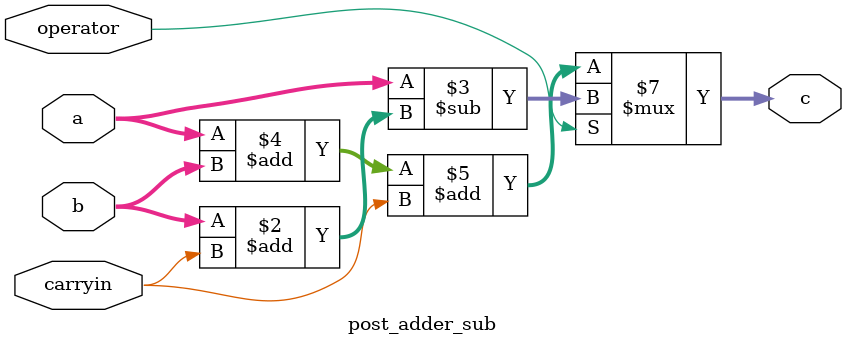
<source format=v>
module post_adder_sub (a,b,operator,carryin,c);
    input [47:0]a,b;
    input operator,carryin;

    output reg [47:0]c;

    always @(*) begin
        if (operator) begin
            c = a - (b  + carryin);
        end else begin
            c = a + b + carryin;
        end
    end
endmodule
</source>
